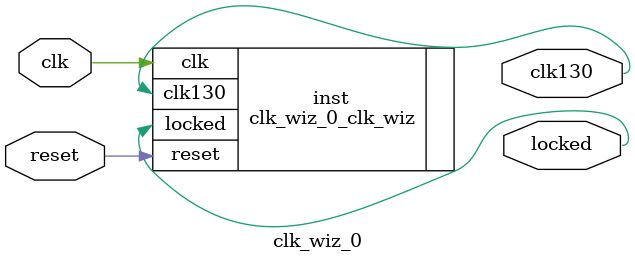
<source format=v>


`timescale 1ps/1ps

(* CORE_GENERATION_INFO = "clk_wiz_0,clk_wiz_v6_0_2_0_0,{component_name=clk_wiz_0,use_phase_alignment=true,use_min_o_jitter=false,use_max_i_jitter=false,use_dyn_phase_shift=false,use_inclk_switchover=false,use_dyn_reconfig=false,enable_axi=0,feedback_source=FDBK_AUTO,PRIMITIVE=MMCM,num_out_clk=1,clkin1_period=10.000,clkin2_period=10.000,use_power_down=false,use_reset=true,use_locked=true,use_inclk_stopped=false,feedback_type=SINGLE,CLOCK_MGR_TYPE=NA,manual_override=false}" *)

module clk_wiz_0 
 (
  // Clock out ports
  output        clk130,
  // Status and control signals
  input         reset,
  output        locked,
 // Clock in ports
  input         clk
 );

  clk_wiz_0_clk_wiz inst
  (
  // Clock out ports  
  .clk130(clk130),
  // Status and control signals               
  .reset(reset), 
  .locked(locked),
 // Clock in ports
  .clk(clk)
  );

endmodule

</source>
